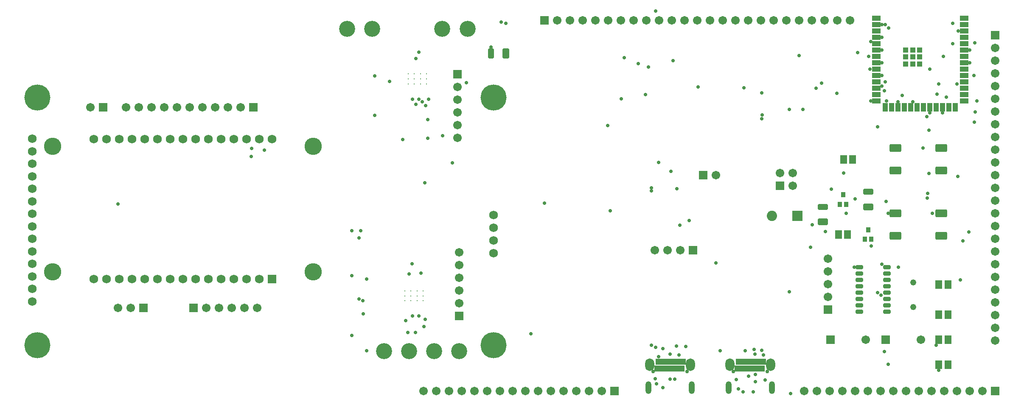
<source format=gbr>
G04*
G04 #@! TF.GenerationSoftware,Altium Limited,Altium Designer,23.1.1 (15)*
G04*
G04 Layer_Color=8388736*
%FSLAX44Y44*%
%MOMM*%
G71*
G04*
G04 #@! TF.SameCoordinates,BB96B4BC-2DDC-42E6-90C6-D32D3C2E4667*
G04*
G04*
G04 #@! TF.FilePolarity,Negative*
G04*
G01*
G75*
%ADD26R,1.7032X1.1032*%
%ADD27R,1.1032X1.7032*%
%ADD28R,1.1032X1.1032*%
%ADD29R,0.5032X1.1532*%
%ADD30R,1.3532X1.6532*%
G04:AMPARAMS|DCode=31|XSize=1.5132mm|YSize=0.8232mm|CornerRadius=0.1791mm|HoleSize=0mm|Usage=FLASHONLY|Rotation=180.000|XOffset=0mm|YOffset=0mm|HoleType=Round|Shape=RoundedRectangle|*
%AMROUNDEDRECTD31*
21,1,1.5132,0.4650,0,0,180.0*
21,1,1.1550,0.8232,0,0,180.0*
1,1,0.3582,-0.5775,0.2325*
1,1,0.3582,0.5775,0.2325*
1,1,0.3582,0.5775,-0.2325*
1,1,0.3582,-0.5775,-0.2325*
%
%ADD31ROUNDEDRECTD31*%
G04:AMPARAMS|DCode=32|XSize=2.3032mm|YSize=1.5832mm|CornerRadius=0.2051mm|HoleSize=0mm|Usage=FLASHONLY|Rotation=180.000|XOffset=0mm|YOffset=0mm|HoleType=Round|Shape=RoundedRectangle|*
%AMROUNDEDRECTD32*
21,1,2.3032,1.1730,0,0,180.0*
21,1,1.8930,1.5832,0,0,180.0*
1,1,0.4102,-0.9465,0.5865*
1,1,0.4102,0.9465,0.5865*
1,1,0.4102,0.9465,-0.5865*
1,1,0.4102,-0.9465,-0.5865*
%
%ADD32ROUNDEDRECTD32*%
G04:AMPARAMS|DCode=33|XSize=1.1432mm|YSize=1.9732mm|CornerRadius=0.1674mm|HoleSize=0mm|Usage=FLASHONLY|Rotation=90.000|XOffset=0mm|YOffset=0mm|HoleType=Round|Shape=RoundedRectangle|*
%AMROUNDEDRECTD33*
21,1,1.1432,1.6384,0,0,90.0*
21,1,0.8084,1.9732,0,0,90.0*
1,1,0.3348,0.8192,0.4042*
1,1,0.3348,0.8192,-0.4042*
1,1,0.3348,-0.8192,-0.4042*
1,1,0.3348,-0.8192,0.4042*
%
%ADD33ROUNDEDRECTD33*%
G04:AMPARAMS|DCode=34|XSize=1.2932mm|YSize=1.9732mm|CornerRadius=0.1779mm|HoleSize=0mm|Usage=FLASHONLY|Rotation=90.000|XOffset=0mm|YOffset=0mm|HoleType=Round|Shape=RoundedRectangle|*
%AMROUNDEDRECTD34*
21,1,1.2932,1.6174,0,0,90.0*
21,1,0.9374,1.9732,0,0,90.0*
1,1,0.3558,0.8087,0.4687*
1,1,0.3558,0.8087,-0.4687*
1,1,0.3558,-0.8087,-0.4687*
1,1,0.3558,-0.8087,0.4687*
%
%ADD34ROUNDEDRECTD34*%
%ADD35R,0.9032X1.1032*%
G04:AMPARAMS|DCode=36|XSize=1.2932mm|YSize=1.9732mm|CornerRadius=0.1779mm|HoleSize=0mm|Usage=FLASHONLY|Rotation=180.000|XOffset=0mm|YOffset=0mm|HoleType=Round|Shape=RoundedRectangle|*
%AMROUNDEDRECTD36*
21,1,1.2932,1.6174,0,0,180.0*
21,1,0.9374,1.9732,0,0,180.0*
1,1,0.3558,-0.4687,0.8087*
1,1,0.3558,0.4687,0.8087*
1,1,0.3558,0.4687,-0.8087*
1,1,0.3558,-0.4687,-0.8087*
%
%ADD36ROUNDEDRECTD36*%
G04:AMPARAMS|DCode=37|XSize=1.1432mm|YSize=1.9732mm|CornerRadius=0.1674mm|HoleSize=0mm|Usage=FLASHONLY|Rotation=180.000|XOffset=0mm|YOffset=0mm|HoleType=Round|Shape=RoundedRectangle|*
%AMROUNDEDRECTD37*
21,1,1.1432,1.6384,0,0,180.0*
21,1,0.8084,1.9732,0,0,180.0*
1,1,0.3348,-0.4042,0.8192*
1,1,0.3348,0.4042,0.8192*
1,1,0.3348,0.4042,-0.8192*
1,1,0.3348,-0.4042,-0.8192*
%
%ADD37ROUNDEDRECTD37*%
%ADD38C,1.7032*%
%ADD39R,1.7032X1.7032*%
%ADD40C,3.2032*%
%ADD41C,0.3000*%
%ADD42C,1.7272*%
%ADD43C,5.2032*%
%ADD44C,1.2332*%
%ADD45R,1.7032X1.7032*%
%ADD46C,0.7532*%
%ADD47O,1.2032X2.5032*%
%ADD48O,1.8032X2.5032*%
%ADD49R,1.7332X1.7332*%
%ADD50C,1.7332*%
%ADD51C,3.4532*%
%ADD52C,2.0532*%
%ADD53R,2.0532X2.0532*%
%ADD54C,0.7032*%
D26*
X1732500Y774100D02*
D03*
Y761400D02*
D03*
Y748699D02*
D03*
Y736000D02*
D03*
Y723299D02*
D03*
Y710600D02*
D03*
Y697899D02*
D03*
Y685200D02*
D03*
Y672499D02*
D03*
Y659799D02*
D03*
Y647100D02*
D03*
Y634399D02*
D03*
Y621699D02*
D03*
Y608999D02*
D03*
X1907500D02*
D03*
Y621699D02*
D03*
Y634399D02*
D03*
Y647100D02*
D03*
Y659799D02*
D03*
Y672499D02*
D03*
Y685200D02*
D03*
Y697899D02*
D03*
Y710600D02*
D03*
Y723299D02*
D03*
Y736000D02*
D03*
Y748699D02*
D03*
Y761400D02*
D03*
Y774100D02*
D03*
D27*
X1750150Y596500D02*
D03*
X1762850D02*
D03*
X1775550D02*
D03*
X1788250D02*
D03*
X1800950D02*
D03*
X1813650D02*
D03*
X1826350D02*
D03*
X1839050D02*
D03*
X1851750D02*
D03*
X1864450D02*
D03*
X1877150D02*
D03*
X1889850D02*
D03*
D28*
X1805000Y696900D02*
D03*
X1819000D02*
D03*
X1791000D02*
D03*
X1819000Y710900D02*
D03*
X1805000D02*
D03*
X1791000D02*
D03*
Y682900D02*
D03*
X1805000D02*
D03*
X1819000D02*
D03*
D29*
X1454861Y88581D02*
D03*
X1459861D02*
D03*
X1464862D02*
D03*
X1469861D02*
D03*
X1474860D02*
D03*
X1479860D02*
D03*
X1484860D02*
D03*
X1489859D02*
D03*
X1494860D02*
D03*
X1499860D02*
D03*
X1504860D02*
D03*
X1509860D02*
D03*
X1507360Y74581D02*
D03*
X1502360D02*
D03*
X1497360D02*
D03*
X1492360D02*
D03*
X1487360D02*
D03*
X1482360D02*
D03*
X1477359D02*
D03*
X1472360D02*
D03*
X1467360D02*
D03*
X1462360D02*
D03*
X1457361D02*
D03*
X1452360D02*
D03*
X1292360D02*
D03*
X1297360D02*
D03*
X1302359D02*
D03*
X1307360D02*
D03*
X1312360D02*
D03*
X1317359D02*
D03*
X1322359D02*
D03*
X1327360D02*
D03*
X1332360D02*
D03*
X1337360D02*
D03*
X1342360D02*
D03*
X1347360D02*
D03*
X1349860Y88581D02*
D03*
X1344860D02*
D03*
X1339860D02*
D03*
X1334860D02*
D03*
X1329859D02*
D03*
X1324859D02*
D03*
X1319860D02*
D03*
X1314860D02*
D03*
X1309861D02*
D03*
X1304861D02*
D03*
X1299861D02*
D03*
X1294861D02*
D03*
D30*
X1875240Y242480D02*
D03*
X1857240D02*
D03*
X1875240Y182480D02*
D03*
X1857240D02*
D03*
Y82480D02*
D03*
X1875240D02*
D03*
X1857240Y132480D02*
D03*
X1875240D02*
D03*
X1657240Y342480D02*
D03*
X1675240D02*
D03*
X1667240Y492480D02*
D03*
X1685241D02*
D03*
D31*
X1698740Y188030D02*
D03*
Y200730D02*
D03*
X1753740Y276930D02*
D03*
X1698740Y264230D02*
D03*
X1753740D02*
D03*
Y238830D02*
D03*
X1698740Y276930D02*
D03*
X1753740Y251530D02*
D03*
X1698740D02*
D03*
Y238830D02*
D03*
Y213430D02*
D03*
X1753740Y226130D02*
D03*
Y213430D02*
D03*
Y188030D02*
D03*
X1698740Y226130D02*
D03*
X1753740Y200730D02*
D03*
D32*
X1861740Y384880D02*
D03*
Y340080D02*
D03*
X1770740Y384880D02*
D03*
Y340080D02*
D03*
X1861740Y514880D02*
D03*
Y470080D02*
D03*
X1770740Y514880D02*
D03*
Y470080D02*
D03*
D33*
X1626240Y397880D02*
D03*
X1716240Y427880D02*
D03*
D34*
X1626240Y367830D02*
D03*
X1716240Y397830D02*
D03*
D35*
X1666240Y421980D02*
D03*
X1672740Y402980D02*
D03*
X1659740D02*
D03*
X1716240Y351980D02*
D03*
X1722740Y332980D02*
D03*
X1709740D02*
D03*
D36*
X993460Y703810D02*
D03*
D37*
X963410D02*
D03*
D38*
X900000Y307000D02*
D03*
Y281600D02*
D03*
Y256200D02*
D03*
Y230800D02*
D03*
Y205400D02*
D03*
X896790Y535790D02*
D03*
Y561190D02*
D03*
Y586590D02*
D03*
Y611990D02*
D03*
Y637390D02*
D03*
X164600Y596240D02*
D03*
X219200Y196240D02*
D03*
X244600D02*
D03*
X497000Y196240D02*
D03*
X471600D02*
D03*
X446200D02*
D03*
X420800D02*
D03*
X395400D02*
D03*
X1095400Y770000D02*
D03*
X1120800D02*
D03*
X1146200D02*
D03*
X1171600D02*
D03*
X1197000D02*
D03*
X1222400D02*
D03*
X1247800D02*
D03*
X1273200D02*
D03*
X1298600D02*
D03*
X1324000D02*
D03*
X1349400D02*
D03*
X1374800D02*
D03*
X1400200D02*
D03*
X1425600D02*
D03*
X1451000D02*
D03*
X1476400D02*
D03*
X1501800D02*
D03*
X1527200D02*
D03*
X1552600D02*
D03*
X1578000D02*
D03*
X1603400D02*
D03*
X1628800D02*
D03*
X1654200D02*
D03*
X1679600D02*
D03*
X1970000Y714600D02*
D03*
Y689200D02*
D03*
Y663800D02*
D03*
Y638400D02*
D03*
Y613000D02*
D03*
Y587600D02*
D03*
Y562200D02*
D03*
Y536800D02*
D03*
Y511400D02*
D03*
Y486000D02*
D03*
Y460600D02*
D03*
Y435200D02*
D03*
Y409800D02*
D03*
Y384400D02*
D03*
Y359000D02*
D03*
Y333600D02*
D03*
Y308200D02*
D03*
Y282800D02*
D03*
Y257400D02*
D03*
Y232000D02*
D03*
Y206600D02*
D03*
Y181200D02*
D03*
Y155800D02*
D03*
Y130400D02*
D03*
X1290590Y310790D02*
D03*
X1315990D02*
D03*
X1341390D02*
D03*
X1944600Y30000D02*
D03*
X1919200D02*
D03*
X1893800D02*
D03*
X1868400D02*
D03*
X1843000D02*
D03*
X1817600D02*
D03*
X1792200D02*
D03*
X1766800D02*
D03*
X1741400D02*
D03*
X1716000D02*
D03*
X1690600D02*
D03*
X1665200D02*
D03*
X1639800D02*
D03*
X1614400D02*
D03*
X1589000D02*
D03*
X1821740Y132480D02*
D03*
X829000Y30000D02*
D03*
X854400D02*
D03*
X879800D02*
D03*
X905200D02*
D03*
X930600D02*
D03*
X956000D02*
D03*
X981400D02*
D03*
X1006800D02*
D03*
X1032200D02*
D03*
X1057600D02*
D03*
X1083000D02*
D03*
X1108400D02*
D03*
X1133800D02*
D03*
X1159200D02*
D03*
X1184600D02*
D03*
X1636240Y217880D02*
D03*
Y243280D02*
D03*
Y268680D02*
D03*
Y294080D02*
D03*
X1711741Y132480D02*
D03*
X464599Y596240D02*
D03*
X439199D02*
D03*
X413800D02*
D03*
X388400D02*
D03*
X362999D02*
D03*
X337599D02*
D03*
X312199D02*
D03*
X286800D02*
D03*
X261399D02*
D03*
X236000D02*
D03*
X1412190Y460790D02*
D03*
X1565400Y440000D02*
D03*
X1540000Y465400D02*
D03*
X1565400D02*
D03*
D39*
X900000Y180000D02*
D03*
X896790Y662790D02*
D03*
X1970000Y740000D02*
D03*
X1636240Y192480D02*
D03*
X1540000Y440000D02*
D03*
D40*
X800000Y110000D02*
D03*
X750000D02*
D03*
X850000D02*
D03*
X900000D02*
D03*
X726789Y752790D02*
D03*
X866789D02*
D03*
X916790Y752790D02*
D03*
X676790D02*
D03*
D41*
X828000Y210000D02*
D03*
Y220000D02*
D03*
Y230000D02*
D03*
X816000Y210000D02*
D03*
Y220000D02*
D03*
Y230000D02*
D03*
X804000Y210000D02*
D03*
Y220000D02*
D03*
Y230000D02*
D03*
X792000Y210000D02*
D03*
Y220000D02*
D03*
Y230000D02*
D03*
X834864Y643034D02*
D03*
Y653034D02*
D03*
Y663035D02*
D03*
X822864Y643034D02*
D03*
Y653034D02*
D03*
Y663035D02*
D03*
X810864Y643034D02*
D03*
Y653034D02*
D03*
Y663035D02*
D03*
X798864Y643034D02*
D03*
Y653034D02*
D03*
Y663035D02*
D03*
D42*
X968810Y381410D02*
D03*
Y305210D02*
D03*
Y330610D02*
D03*
Y356010D02*
D03*
X48810Y508810D02*
D03*
Y483810D02*
D03*
Y458810D02*
D03*
Y433810D02*
D03*
Y408810D02*
D03*
Y383810D02*
D03*
Y358810D02*
D03*
Y333810D02*
D03*
Y308810D02*
D03*
Y283810D02*
D03*
Y258810D02*
D03*
Y233810D02*
D03*
Y208810D02*
D03*
Y533809D02*
D03*
D43*
X968810Y121210D02*
D03*
X58810D02*
D03*
Y616210D02*
D03*
X968810D02*
D03*
D44*
X1806240Y246880D02*
D03*
Y198080D02*
D03*
D45*
X190000Y596240D02*
D03*
X270000Y196240D02*
D03*
X370000Y196240D02*
D03*
X1070000Y770000D02*
D03*
X1366790Y310790D02*
D03*
X1970000Y30000D02*
D03*
X1750740Y132480D02*
D03*
X1210000Y30000D02*
D03*
X1640740Y132480D02*
D03*
X490000Y596240D02*
D03*
X1386790Y460790D02*
D03*
D46*
X1447110Y68821D02*
D03*
X1515110D02*
D03*
X1355110D02*
D03*
X1287109D02*
D03*
D47*
X1437911Y36821D02*
D03*
X1524310D02*
D03*
X1364310D02*
D03*
X1277911D02*
D03*
D48*
X1440511Y82323D02*
D03*
X1521711D02*
D03*
X1361711D02*
D03*
X1280511D02*
D03*
D49*
X527090Y253280D02*
D03*
D50*
X501690D02*
D03*
X476290D02*
D03*
X450890D02*
D03*
X425490D02*
D03*
X400090D02*
D03*
X374690D02*
D03*
X349290D02*
D03*
X323890D02*
D03*
X298490D02*
D03*
X273090D02*
D03*
X247690D02*
D03*
X222290D02*
D03*
X196890D02*
D03*
X171490D02*
D03*
Y533280D02*
D03*
X196890D02*
D03*
X222290D02*
D03*
X247690D02*
D03*
X273090D02*
D03*
X298490D02*
D03*
X323890D02*
D03*
X349290D02*
D03*
X374690D02*
D03*
X400090D02*
D03*
X425490D02*
D03*
X450890D02*
D03*
X476290D02*
D03*
X501690D02*
D03*
X527090D02*
D03*
D51*
X89290Y268280D02*
D03*
X609290D02*
D03*
Y518280D02*
D03*
X89290D02*
D03*
D52*
X1524600Y380000D02*
D03*
D53*
X1575400D02*
D03*
D54*
X805942Y283718D02*
D03*
X800060Y263959D02*
D03*
X823722Y265430D02*
D03*
X806834Y179832D02*
D03*
X830202Y158750D02*
D03*
X832742Y173228D02*
D03*
X793626Y170434D02*
D03*
X797690Y146812D02*
D03*
X819750Y179832D02*
D03*
X813250Y146750D02*
D03*
X700662Y213360D02*
D03*
X709290Y184150D02*
D03*
X700662Y335280D02*
D03*
X703456Y350012D02*
D03*
X685640Y350266D02*
D03*
X707774Y210312D02*
D03*
X715690Y110236D02*
D03*
Y253958D02*
D03*
X685640Y260096D02*
D03*
Y141260D02*
D03*
X837410Y571726D02*
D03*
X867410Y539710D02*
D03*
X486156Y514350D02*
D03*
X511556Y511302D02*
D03*
X1043178Y144526D02*
D03*
X1558798Y228092D02*
D03*
X1630680Y348488D02*
D03*
X1930146Y586740D02*
D03*
X1928368Y566420D02*
D03*
X1917192Y347218D02*
D03*
X1722374Y319746D02*
D03*
X1642872Y433324D02*
D03*
X1605026Y361696D02*
D03*
X1905508Y329692D02*
D03*
X485016Y498602D02*
D03*
X1750190Y761492D02*
D03*
X1734950Y557784D02*
D03*
X1070232Y405130D02*
D03*
X1853809Y622300D02*
D03*
X1330074Y53848D02*
D03*
X1900558Y251460D02*
D03*
X1743402Y283464D02*
D03*
X1320676Y54102D02*
D03*
X1320795Y103632D02*
D03*
X1690246Y413766D02*
D03*
X1196789Y560005D02*
D03*
X1334900Y433801D02*
D03*
X1835210Y424180D02*
D03*
X1933163Y608999D02*
D03*
X1885157Y764032D02*
D03*
X1653924Y624332D02*
D03*
X1752476Y609560D02*
D03*
X1743840Y659799D02*
D03*
X1278258Y677164D02*
D03*
X1833502Y578104D02*
D03*
X1503810Y573278D02*
D03*
X1504826Y581406D02*
D03*
X1864450Y585216D02*
D03*
X1844170Y384400D02*
D03*
X1893065Y643036D02*
D03*
X1352680Y119126D02*
D03*
X1927062Y659799D02*
D03*
X219107Y403098D02*
D03*
X1918846Y685200D02*
D03*
X1895224Y458724D02*
D03*
X1322962Y468630D02*
D03*
X1340488Y361290D02*
D03*
X1742062Y221488D02*
D03*
X1776190Y276930D02*
D03*
X1294006Y44704D02*
D03*
X1284100Y121666D02*
D03*
X1298578Y98298D02*
D03*
X1871856Y616874D02*
D03*
X1586360Y592582D02*
D03*
X1601346Y317246D02*
D03*
X1866014Y697899D02*
D03*
X1885318Y723299D02*
D03*
X1837820Y550926D02*
D03*
Y464625D02*
D03*
X1834010Y415290D02*
D03*
X1929006Y725170D02*
D03*
X1743840Y710692D02*
D03*
X1376810Y637286D02*
D03*
X1717263Y697899D02*
D03*
X1695326Y705358D02*
D03*
X1271654Y621538D02*
D03*
X1857124Y642620D02*
D03*
X1291894Y788390D02*
D03*
X1839050Y585216D02*
D03*
X833114Y599466D02*
D03*
X826614Y607568D02*
D03*
X820114Y706114D02*
D03*
X1412190Y285390D02*
D03*
X1468504Y635722D02*
D03*
X1783932Y620014D02*
D03*
X761440Y647954D02*
D03*
X1805054Y607822D02*
D03*
X1559182Y592328D02*
D03*
X1283789Y435513D02*
D03*
X1748920Y108712D02*
D03*
X1490602Y103632D02*
D03*
X1487300Y28448D02*
D03*
X1466472D02*
D03*
X1503810Y111506D02*
D03*
X1561722Y24892D02*
D03*
X1488924Y113431D02*
D03*
X1507366Y101600D02*
D03*
X1756540Y83058D02*
D03*
X1490856Y48514D02*
D03*
X1477359Y59690D02*
D03*
X1491424Y62738D02*
D03*
X1453264Y52578D02*
D03*
X831472Y445516D02*
D03*
X1851536Y121412D02*
D03*
X1735204Y226130D02*
D03*
X1752044Y408762D02*
D03*
X886557Y485209D02*
D03*
X837790Y534456D02*
D03*
X1756610Y384880D02*
D03*
X1672740Y384810D02*
D03*
X1622936Y644398D02*
D03*
X1306732Y114554D02*
D03*
X1338710Y101974D02*
D03*
X1333630Y119888D02*
D03*
X1775590Y607782D02*
D03*
X1503556Y625602D02*
D03*
X1223902Y613410D02*
D03*
X1721234Y608838D02*
D03*
X1297816Y486664D02*
D03*
X1201296Y390144D02*
D03*
X1748412Y629827D02*
D03*
X1229236Y695706D02*
D03*
X1743840Y638556D02*
D03*
X1611908Y634492D02*
D03*
X983872Y766318D02*
D03*
X1578000Y699516D02*
D03*
X914276Y645304D02*
D03*
X787790Y532384D02*
D03*
X807114Y612648D02*
D03*
X813692Y602742D02*
D03*
X1918846Y710600D02*
D03*
X1750190Y647100D02*
D03*
X1257684Y683514D02*
D03*
X1743840Y685200D02*
D03*
X1721234Y727456D02*
D03*
X1757302Y755142D02*
D03*
X1896240Y748699D02*
D03*
X1825431Y514880D02*
D03*
X1510668Y51816D02*
D03*
X1457074Y34384D02*
D03*
X1291825Y116840D02*
D03*
X1471044Y110236D02*
D03*
X1420752D02*
D03*
X963410Y717042D02*
D03*
X1291264Y54610D02*
D03*
X1306706Y37084D02*
D03*
X1857124Y71374D02*
D03*
X1283789Y429711D02*
D03*
X993460Y763990D02*
D03*
X1839182Y672499D02*
D03*
X1719710D02*
D03*
X1326772Y689356D02*
D03*
X813692Y693420D02*
D03*
X1667240Y465400D02*
D03*
X1743840Y736092D02*
D03*
X839614Y612648D02*
D03*
X820042D02*
D03*
X1743840Y761492D02*
D03*
X1359030Y370790D02*
D03*
X1688468Y276930D02*
D03*
X732158Y580136D02*
D03*
Y659377D02*
D03*
M02*

</source>
